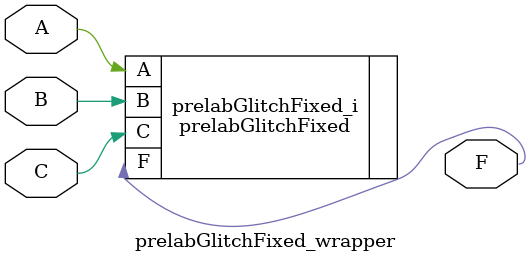
<source format=v>
`timescale 1 ps / 1 ps

module prelabGlitchFixed_wrapper
   (A,
    B,
    C,
    F);
  input A;
  input B;
  input C;
  output F;

  wire A;
  wire B;
  wire C;
  wire F;

  prelabGlitchFixed prelabGlitchFixed_i
       (.A(A),
        .B(B),
        .C(C),
        .F(F));
endmodule

</source>
